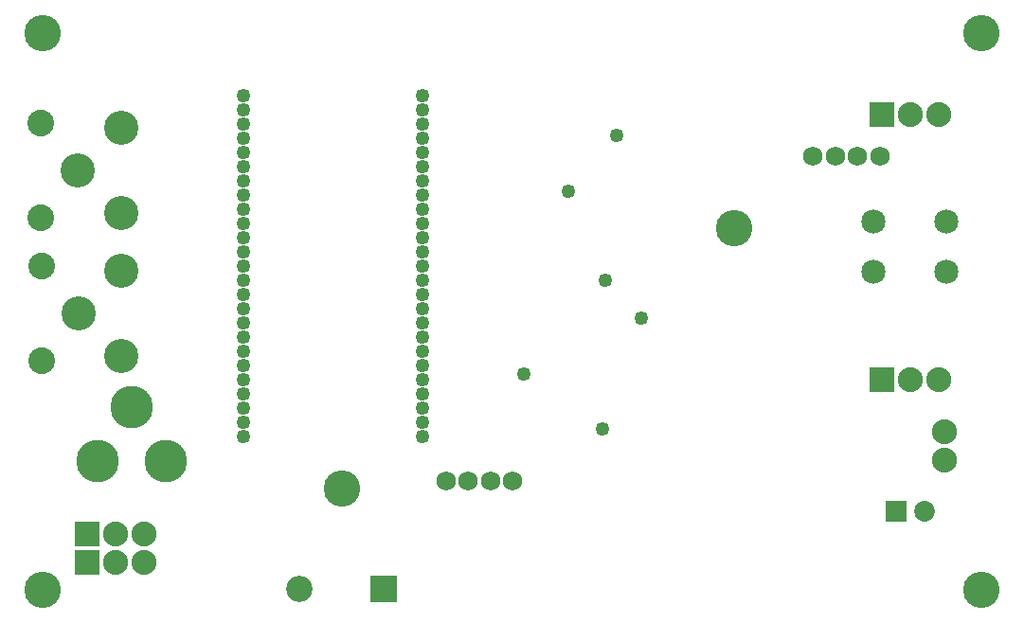
<source format=gbs>
G04 MADE WITH FRITZING*
G04 WWW.FRITZING.ORG*
G04 DOUBLE SIDED*
G04 HOLES PLATED*
G04 CONTOUR ON CENTER OF CONTOUR VECTOR*
%ASAXBY*%
%FSLAX23Y23*%
%MOIN*%
%OFA0B0*%
%SFA1.0B1.0*%
%ADD10C,0.088000*%
%ADD11C,0.049370*%
%ADD12C,0.092000*%
%ADD13C,0.128110*%
%ADD14C,0.085000*%
%ADD15C,0.069055*%
%ADD16C,0.120551*%
%ADD17C,0.094000*%
%ADD18C,0.150000*%
%ADD19C,0.072992*%
%ADD20R,0.088000X0.088000*%
%ADD21R,0.092000X0.092000*%
%ADD22R,0.072992X0.072992*%
%LNMASK0*%
G90*
G70*
G54D10*
X3071Y867D03*
X3171Y867D03*
X3271Y867D03*
G54D11*
X2136Y1726D03*
X2224Y1082D03*
X1968Y1530D03*
X1810Y886D03*
X2087Y692D03*
X2096Y1216D03*
G54D12*
X1317Y129D03*
X1019Y129D03*
X1317Y129D03*
X1019Y129D03*
G54D10*
X275Y324D03*
X375Y324D03*
X475Y324D03*
X275Y224D03*
X375Y224D03*
X475Y224D03*
G54D13*
X3422Y127D03*
X3422Y2088D03*
X117Y126D03*
X117Y2087D03*
G54D14*
X3298Y1246D03*
X3042Y1246D03*
X3298Y1423D03*
X3042Y1423D03*
G54D11*
X825Y1866D03*
X825Y1816D03*
X825Y1766D03*
X825Y1716D03*
X825Y1666D03*
X825Y1616D03*
X825Y1566D03*
X825Y1516D03*
X825Y1466D03*
X825Y1416D03*
X825Y1366D03*
X825Y1316D03*
X825Y1266D03*
X825Y1216D03*
X825Y1166D03*
X825Y1116D03*
X825Y1066D03*
X825Y1016D03*
X825Y966D03*
X825Y916D03*
X825Y866D03*
X825Y816D03*
X825Y766D03*
X825Y716D03*
X825Y666D03*
X825Y1866D03*
X825Y1816D03*
X825Y1766D03*
X825Y1716D03*
X825Y1666D03*
X825Y1616D03*
X825Y1566D03*
X825Y1516D03*
X825Y1466D03*
X825Y1416D03*
X825Y1366D03*
X825Y1316D03*
X825Y1266D03*
X825Y1216D03*
X825Y1166D03*
X825Y1116D03*
X825Y1066D03*
X825Y1016D03*
X825Y966D03*
X825Y916D03*
X825Y866D03*
X825Y816D03*
X825Y766D03*
X825Y716D03*
X825Y666D03*
X1455Y1866D03*
X1455Y1816D03*
X1455Y1766D03*
X1455Y1716D03*
X1455Y1666D03*
X1455Y1616D03*
X1455Y1566D03*
X1455Y1516D03*
X1455Y1466D03*
X1455Y1416D03*
X1455Y1366D03*
X1455Y1316D03*
X1455Y1266D03*
X1455Y1216D03*
X1455Y1166D03*
X1455Y1116D03*
X1455Y1066D03*
X1455Y1016D03*
X1455Y966D03*
X1455Y916D03*
X1455Y866D03*
X1455Y816D03*
X1455Y766D03*
X1455Y716D03*
X1455Y666D03*
X1455Y1866D03*
X1455Y1816D03*
X1455Y1766D03*
X1455Y1716D03*
X1455Y1666D03*
X1455Y1616D03*
X1455Y1566D03*
X1455Y1516D03*
X1455Y1466D03*
X1455Y1416D03*
X1455Y1366D03*
X1455Y1316D03*
X1455Y1266D03*
X1455Y1216D03*
X1455Y1166D03*
X1455Y1116D03*
X1455Y1066D03*
X1455Y1016D03*
X1455Y966D03*
X1455Y916D03*
X1455Y866D03*
X1455Y816D03*
X1455Y766D03*
X1455Y716D03*
X1455Y666D03*
G54D15*
X1536Y509D03*
X1615Y509D03*
X1694Y509D03*
X1772Y509D03*
X1536Y509D03*
X1615Y509D03*
X1694Y509D03*
X1772Y509D03*
X2828Y1653D03*
X2907Y1653D03*
X2985Y1653D03*
X3064Y1653D03*
X2828Y1653D03*
X2907Y1653D03*
X2985Y1653D03*
X3064Y1653D03*
G54D13*
X2549Y1400D03*
X1170Y482D03*
G54D10*
X3289Y683D03*
X3289Y583D03*
X3289Y683D03*
X3289Y583D03*
G54D16*
X243Y1100D03*
X394Y950D03*
X394Y1251D03*
G54D17*
X113Y933D03*
X113Y1267D03*
G54D16*
X243Y1100D03*
X394Y950D03*
X394Y1251D03*
G54D17*
X113Y933D03*
X113Y1267D03*
G54D16*
X243Y1100D03*
X394Y950D03*
X394Y1251D03*
G54D17*
X113Y933D03*
X113Y1267D03*
G54D16*
X242Y1603D03*
X393Y1454D03*
X393Y1754D03*
G54D17*
X112Y1436D03*
X112Y1771D03*
G54D16*
X242Y1603D03*
X393Y1454D03*
X393Y1754D03*
G54D17*
X112Y1436D03*
X112Y1771D03*
G54D16*
X242Y1603D03*
X393Y1454D03*
X393Y1754D03*
G54D17*
X112Y1436D03*
X112Y1771D03*
G54D18*
X549Y579D03*
X309Y579D03*
X429Y769D03*
X549Y579D03*
X309Y579D03*
X429Y769D03*
G54D10*
X3072Y1801D03*
X3172Y1801D03*
X3272Y1801D03*
G54D19*
X3122Y403D03*
X3221Y403D03*
G54D20*
X3071Y867D03*
G54D21*
X1318Y129D03*
X1318Y129D03*
G54D20*
X275Y324D03*
X275Y224D03*
X3072Y1801D03*
G54D22*
X3122Y403D03*
G04 End of Mask0*
M02*
</source>
